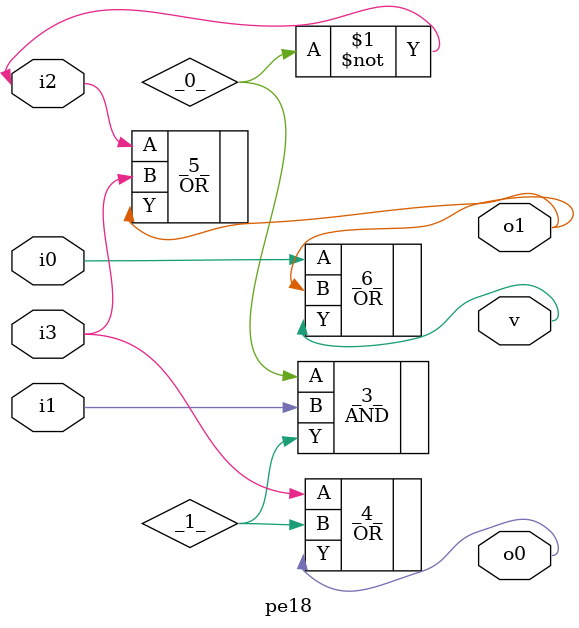
<source format=v>
/* Generated by Yosys 0.41+83 (git sha1 7045cf509, x86_64-w64-mingw32-g++ 13.2.1 -Os) */

/* cells_not_processed =  1  */
/* src = "pe18.v:1.1-10.10" */
module pe18(i3, i2, i1, i0, o0, o1, v);
  wire _0_;
  wire _1_;
  /* src = "pe18.v:3.20-3.22" */
  input i0;
  wire i0;
  /* src = "pe18.v:3.17-3.19" */
  input i1;
  wire i1;
  /* src = "pe18.v:3.14-3.16" */
  input i2;
  wire i2;
  /* src = "pe18.v:3.11-3.13" */
  input i3;
  wire i3;
  /* src = "pe18.v:4.12-4.14" */
  output o0;
  wire o0;
  /* src = "pe18.v:4.15-4.17" */
  output o1;
  wire o1;
  /* src = "pe18.v:4.18-4.19" */
  output v;
  wire v;
  not _2_ (
    .A(i2),
    .Y(_0_)
  );
  AND _3_ (
    .A(_0_),
    .B(i1),
    .Y(_1_)
  );
  OR _4_ (
    .A(i3),
    .B(_1_),
    .Y(o0)
  );
  OR _5_ (
    .A(i2),
    .B(i3),
    .Y(o1)
  );
  OR _6_ (
    .A(i0),
    .B(o1),
    .Y(v)
  );
endmodule

</source>
